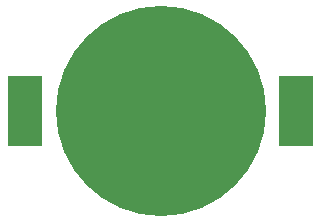
<source format=gbp>
%TF.GenerationSoftware,KiCad,Pcbnew,(6.0.7)*%
%TF.CreationDate,2022-10-09T20:49:50-07:00*%
%TF.ProjectId,IEEE_PCB_1,49454545-5f50-4434-925f-312e6b696361,1*%
%TF.SameCoordinates,Original*%
%TF.FileFunction,Paste,Bot*%
%TF.FilePolarity,Positive*%
%FSLAX46Y46*%
G04 Gerber Fmt 4.6, Leading zero omitted, Abs format (unit mm)*
G04 Created by KiCad (PCBNEW (6.0.7)) date 2022-10-09 20:49:50*
%MOMM*%
%LPD*%
G01*
G04 APERTURE LIST*
%ADD10R,3.000000X6.000000*%
%ADD11C,17.800000*%
G04 APERTURE END LIST*
D10*
%TO.C,BT1*%
X123547000Y-120030000D03*
X146447000Y-120030000D03*
D11*
X134997000Y-120030000D03*
%TD*%
M02*

</source>
